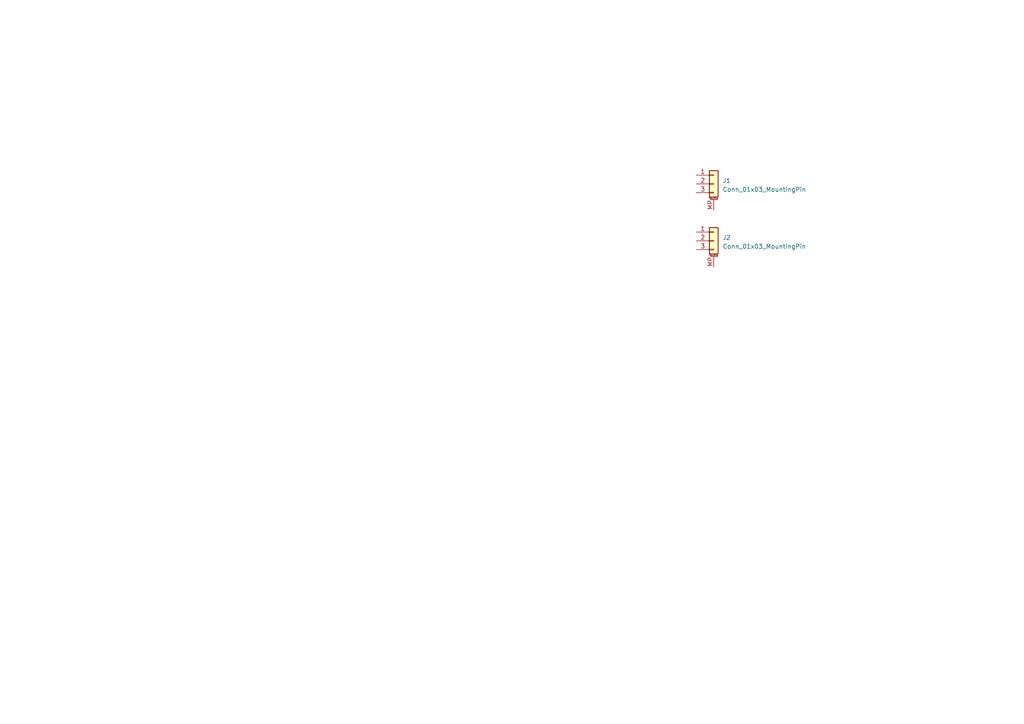
<source format=kicad_sch>
(kicad_sch (version 20250114) (generator "eeschema") (generator_version "9.0")
  (paper "A4")
  (lib_symbols
    (symbol "Connector_Generic_MountingPin:Conn_01x03_MountingPin" (pin_names (offset 1.016) (hide yes))
      (property "Reference" "J" (at 0 5.08 0))
      (property "Value" "Conn_01x03_MountingPin" (at 1.27 -5.08 0))
      (symbol "Conn_01x03_MountingPin_1_1"
        (rectangle (start -1.27 3.81) (end 1.27 -3.81) (stroke (width 0.254)) (fill (type background)))
        (rectangle (start -1.27 2.667) (end 0 2.413) (stroke (width 0.1524)))
        (rectangle (start -1.27 0.127) (end 0 -0.127) (stroke (width 0.1524)))
        (rectangle (start -1.27 -2.413) (end 0 -2.667) (stroke (width 0.1524)))
        (polyline (pts (xy -1.016 -4.572) (xy 1.016 -4.572)) (stroke (width 0.1524)))
        (text "Mounting" (at 0 -4.191 0) (effects (font (size 0.381 0.381))))
        (pin passive line (at -5.08 2.54 0) (length 3.81) (name "Pin_1") (number "1"))
        (pin passive line (at -5.08 0 0) (length 3.81) (name "Pin_2") (number "2"))
        (pin passive line (at -5.08 -2.54 0) (length 3.81) (name "Pin_3") (number "3"))
        (pin passive line (at 0 -7.62 90) (length 3.048) (name "MountPin") (number "MP"))
      )
    )
  )
  (symbol (lib_id "Connector_Generic_MountingPin:Conn_01x03_MountingPin") (at 207.01 53.34 0) (unit 1)
    (property "Reference" "J1" (at 209.55 52.4255 0) (effects (justify left)))
    (property "Value" "Conn_01x03_MountingPin" (at 209.55 54.9655 0) (effects (justify left)))
    (property "Description" "Generic connectable mounting pin connector, single row, 01x03, script generated (kicad-library-utils/schlib/autogen/connector/)" (effects (hide yes)))
  )
  (symbol (lib_id "Connector_Generic_MountingPin:Conn_01x03_MountingPin") (at 207.01 69.85 0) (unit 1)
    (property "Reference" "J2" (at 209.55 68.9355 0) (effects (justify left)))
    (property "Value" "Conn_01x03_MountingPin" (at 209.55 71.4755 0) (effects (justify left)))
    (property "Description" "Generic connectable mounting pin connector, single row, 01x03, script generated (kicad-library-utils/schlib/autogen/connector/)" (effects (hide yes)))
  )
)
</source>
